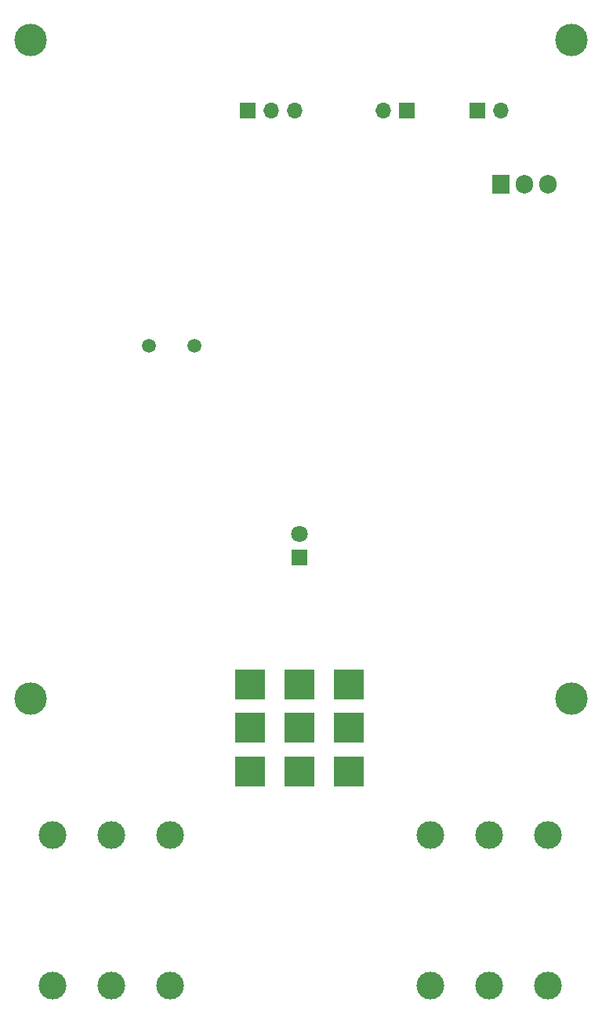
<source format=gbr>
%TF.GenerationSoftware,KiCad,Pcbnew,7.0.8*%
%TF.CreationDate,2023-11-14T18:13:18-08:00*%
%TF.ProjectId,guitar_pedal,67756974-6172-45f7-9065-64616c2e6b69,rev?*%
%TF.SameCoordinates,Original*%
%TF.FileFunction,Soldermask,Bot*%
%TF.FilePolarity,Negative*%
%FSLAX46Y46*%
G04 Gerber Fmt 4.6, Leading zero omitted, Abs format (unit mm)*
G04 Created by KiCad (PCBNEW 7.0.8) date 2023-11-14 18:13:18*
%MOMM*%
%LPD*%
G01*
G04 APERTURE LIST*
%ADD10R,1.905000X2.000000*%
%ADD11O,1.905000X2.000000*%
%ADD12R,1.800000X1.800000*%
%ADD13C,1.800000*%
%ADD14C,3.000000*%
%ADD15C,1.500000*%
%ADD16R,1.700000X1.700000*%
%ADD17O,1.700000X1.700000*%
%ADD18C,3.500000*%
%ADD19R,3.302000X3.302000*%
G04 APERTURE END LIST*
D10*
%TO.C,U2*%
X180340000Y-58745000D03*
D11*
X182880000Y-58745000D03*
X185420000Y-58745000D03*
%TD*%
D12*
%TO.C,D2*%
X158580000Y-99060000D03*
D13*
X158580000Y-96520000D03*
%TD*%
D14*
%TO.C,J2*%
X179070000Y-145275000D03*
X179070000Y-129045000D03*
X172720000Y-145275000D03*
X172720000Y-129045000D03*
X185420000Y-145275000D03*
X185420000Y-129045000D03*
%TD*%
D15*
%TO.C,Y1*%
X142330000Y-76160000D03*
X147210000Y-76160000D03*
%TD*%
D16*
%TO.C,RV1*%
X153020000Y-50800000D03*
D17*
X155560000Y-50800000D03*
X158100000Y-50800000D03*
%TD*%
D18*
%TO.C,REF\u002A\u002A*%
X187960000Y-114300000D03*
%TD*%
D16*
%TO.C,BT1*%
X170180000Y-50800000D03*
D17*
X167640000Y-50800000D03*
%TD*%
D19*
%TO.C,SW2*%
X153280000Y-112720000D03*
X158580000Y-112720000D03*
X163880000Y-112720000D03*
X153280000Y-117420000D03*
X158580000Y-117420000D03*
X163880000Y-117420000D03*
X153280000Y-122120000D03*
X158580000Y-122120000D03*
X163880000Y-122120000D03*
%TD*%
D18*
%TO.C,REF\u002A\u002A*%
X187960000Y-43180000D03*
%TD*%
%TO.C,REF\u002A\u002A*%
X129540000Y-43180000D03*
%TD*%
D16*
%TO.C,SW1*%
X177800000Y-50800000D03*
D17*
X180340000Y-50800000D03*
%TD*%
D14*
%TO.C,J1*%
X138250000Y-129045000D03*
X138250000Y-145275000D03*
X144600000Y-129045000D03*
X144600000Y-145275000D03*
X131900000Y-129045000D03*
X131900000Y-145275000D03*
%TD*%
D18*
%TO.C,REF\u002A\u002A*%
X129540000Y-114300000D03*
%TD*%
M02*

</source>
